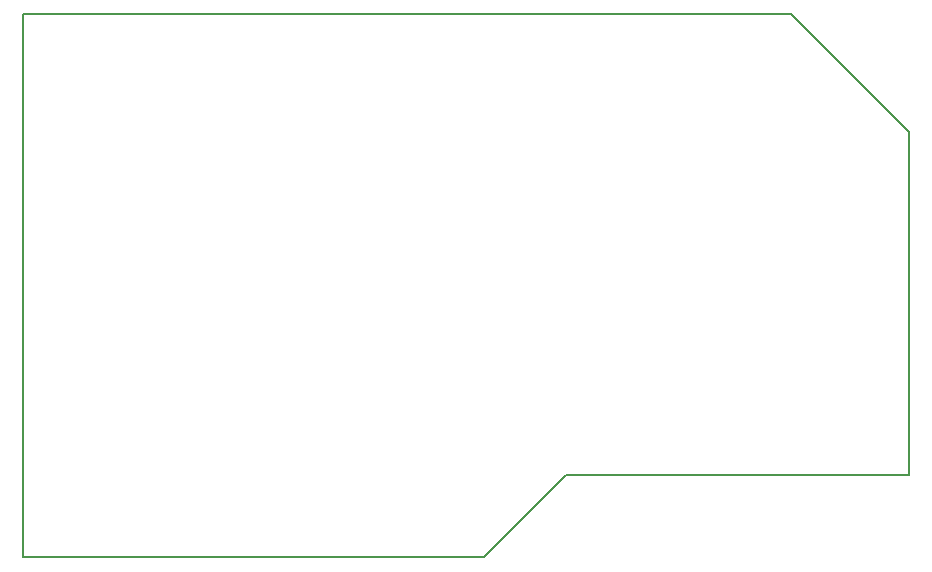
<source format=gbr>
G04 #@! TF.FileFunction,Profile,NP*
%FSLAX46Y46*%
G04 Gerber Fmt 4.6, Leading zero omitted, Abs format (unit mm)*
G04 Created by KiCad (PCBNEW 4.0.6-e0-6349~52~ubuntu17.04.1) date Sat Jun 10 12:07:35 2017*
%MOMM*%
%LPD*%
G01*
G04 APERTURE LIST*
%ADD10C,0.100000*%
%ADD11C,0.150000*%
G04 APERTURE END LIST*
D10*
D11*
X0Y46000000D02*
X0Y1500000D01*
X65000000Y46000000D02*
X0Y46000000D01*
X75000000Y36000000D02*
X65000000Y46000000D01*
X75000000Y7000000D02*
X75000000Y36000000D01*
X46000000Y7000000D02*
X75000000Y7000000D01*
X39000000Y0D02*
X46000000Y7000000D01*
X0Y0D02*
X39000000Y0D01*
X0Y2000000D02*
X0Y0D01*
M02*

</source>
